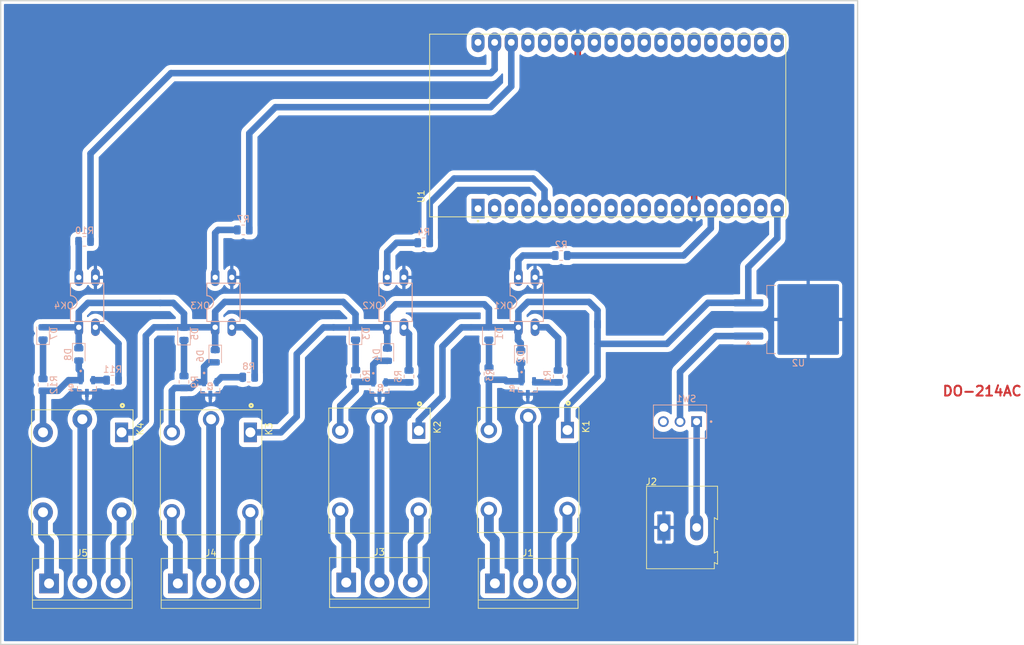
<source format=kicad_pcb>
(kicad_pcb (version 20241229) (generator "pcbnew") (generator_version "9.0")
  (layers (0 "F.Cu" signal) (2 "B.Cu" signal) (13 "F.Paste" user) (15 "B.Paste" user) (5 "F.SilkS" user "F.Silkscreen") (7 "B.SilkS" user "B.Silkscreen") (1 "F.Mask" user) (3 "B.Mask" user) (25 "Edge.Cuts" user))
  (net 0 "")
  (net 1 "+5V")
  (net 2 "COM")
  (net 3 "NO")
  (net 4 "NC")
  (net 5 "Net-(OK1-Pad1)")
  (net 6 "Net-(OK1-Pad3)")
  (net 7 "Net-(Q1-B)")
  (net 8 "Net-(D1-K)")
  (net 9 "GND")
  (net 10 "INPUT")
  (net 11 "Net-(D2-A)")
  (net 23 "Net-(D7-K)")
  (net 27 "Net-(D8-A)")
  (net 31 "Net-(SW1A-B)")
  (net 46 "Net-(J2-Pin_2)")
  (net 47 "Net-(D3-K)")
  (net 48 "Net-(D4-A)")
  (net 49 "Net-(OK2-Pad3)")
  (net 50 "Net-(OK2-Pad1)")
  (net 51 "Net-(Q2-B)")
  (net 52 "NC1")
  (net 53 "NO1")
  (net 54 "COM1")
  (net 55 "INPUT1")
  (net 56 "Net-(D5-K)")
  (net 57 "Net-(D6-A)")
  (net 58 "COM2")
  (net 59 "NC2")
  (net 60 "NO2")
  (net 61 "Net-(OK3-Pad1)")
  (net 62 "INPUT2")
  (net 63 "Net-(Q3-B)")
  (net 64 "Net-(OK3-Pad3)")
  (net 65 "NO3")
  (net 66 "NC3")
  (net 67 "COM3")
  (net 68 "Net-(OK4-Pad1)")
  (net 69 "INPUT3")
  (net 70 "Net-(OK4-Pad3)")
  (net 71 "Net-(Q4-B)")
  (footprint "TerminalBlock:TerminalBlock_bornier-3_P5.08mm" (layer "F.Cu") (at 43.09 124.25)
    (property "Reference" "J4" (at 5.05 -4.65 0) (layer "F.SilkS"))
    (property "Value" "Screw_Terminal_01x03")
    (pad "1" thru_hole rect (at 0 0) (size 3 3) (drill 1.52) (layers "*.Cu" "*.Mask") (net 60 "NO2"))
    (pad "2" thru_hole circle (at 5.08 0) (size 3 3) (drill 1.52) (layers "*.Cu" "*.Mask") (net 58 "COM2"))
    (pad "3" thru_hole circle (at 10.16 0) (size 3 3) (drill 1.52) (layers "*.Cu" "*.Mask") (net 59 "NC2"))
  )
  (footprint "SRD-05VDC-SL-C:RELAY_SRD-05VDC-SL-C" (layer "F.Cu") (at 73.89 107.02 -90)
    (property "Reference" "K2" (at -6.62563 -8.83584 90) (layer "F.SilkS") (effects (font (size 1.000094 1.000094))))
    (property "Value" "SRD-05VDC-SL-C")
    (pad "A1" thru_hole rect (at -6.1 -6 270) (size 2.5 1.98) (drill 1.5) (layers "*.Cu" "*.Mask") (net 1 "+5V"))
    (pad "A2" thru_hole circle (at -6.1 6 270) (size 2.5 2.5) (drill 1.5) (layers "*.Cu" "*.Mask") (net 48 "Net-(D4-A)"))
    (pad "COM" thru_hole circle (at -8.1 0 270) (size 2.5 2.5) (drill 1.5) (layers "*.Cu" "*.Mask") (net 54 "COM1"))
    (pad "NC" thru_hole circle (at 6.1 -6 270) (size 2.5 2.5) (drill 1.5) (layers "*.Cu" "*.Mask") (net 52 "NC1"))
    (pad "NO" thru_hole circle (at 6.1 6 270) (size 2.5 2.5) (drill 1.5) (layers "*.Cu" "*.Mask") (net 53 "NO1"))
  )
  (footprint "RELAY:RELAY_SRD-05VDC-SL-C" (layer "F.Cu") (at 48.17 107.2725 -90)
    (property "Reference" "K3" (at -6.62563 -8.83584 90) (layer "F.SilkS") (effects (font (size 1.000094 1.000094))))
    (property "Value" "SRD-05VDC-SL-C")
    (pad "A1" thru_hole rect (at -6.1 -6 270) (size 3 1.98) (drill 1.52) (layers "*.Cu" "*.Mask") (net 1 "+5V"))
    (pad "A2" thru_hole circle (at -6.1 6 270) (size 2.5 2.5) (drill 1.52) (layers "*.Cu" "*.Mask") (net 57 "Net-(D6-A)"))
    (pad "COM" thru_hole circle (at -8.1 0 270) (size 2.5 2.5) (drill 1.52) (layers "*.Cu" "*.Mask") (net 58 "COM2"))
    (pad "NC" thru_hole circle (at 6.1 -6 270) (size 2.5 2.5) (drill 1.5) (layers "*.Cu" "*.Mask") (net 59 "NC2"))
    (pad "NO" thru_hole circle (at 6.1 6 270) (size 2.5 2.5) (drill 1.52) (layers "*.Cu" "*.Mask") (net 60 "NO2"))
  )
  (footprint "SRD-05VDC-SL-C:RELAY_SRD-05VDC-SL-C" (layer "F.Cu") (at 96.6 106.91875 -90)
    (property "Reference" "K1" (at -6.62563 -8.83584 90) (layer "F.SilkS") (effects (font (size 1.000094 1.000094))))
    (property "Value" "SRD-05VDC-SL-C")
    (pad "A1" thru_hole rect (at -6.1 -6 270) (size 2.5 1.98) (drill 1.5) (layers "*.Cu" "*.Mask") (net 1 "+5V"))
    (pad "A2" thru_hole circle (at -6.1 6 270) (size 2.5 2.5) (drill 1.5) (layers "*.Cu" "*.Mask") (net 11 "Net-(D2-A)"))
    (pad "COM" thru_hole circle (at -8.1 0 270) (size 2.5 2.5) (drill 1.5) (layers "*.Cu" "*.Mask") (net 2 "COM"))
    (pad "NC" thru_hole circle (at 6.1 -6 270) (size 2.5 2.5) (drill 1.5) (layers "*.Cu" "*.Mask") (net 4 "NC"))
    (pad "NO" thru_hole circle (at 6.1 6 270) (size 2.5 2.5) (drill 1.5) (layers "*.Cu" "*.Mask") (net 3 "NO"))
  )
  (footprint "TerminalBlock:TerminalBlock_bornier-3_P5.08mm" (layer "F.Cu") (at 23.42 124.25)
    (property "Reference" "J5" (at 5.05 -4.65 0) (layer "F.SilkS"))
    (property "Value" "Screw_Terminal_01x03")
    (pad "1" thru_hole rect (at 0 0) (size 3 3) (drill 1.52) (layers "*.Cu" "*.Mask") (net 65 "NO3"))
    (pad "2" thru_hole circle (at 5.08 0) (size 3 3) (drill 1.52) (layers "*.Cu" "*.Mask") (net 67 "COM3"))
    (pad "3" thru_hole circle (at 10.16 0) (size 3 3) (drill 1.52) (layers "*.Cu" "*.Mask") (net 66 "NC3"))
  )
  (footprint "TerminalBlock:TerminalBlock_bornier-3_P5.08mm" (layer "F.Cu") (at 91.52 124.24)
    (property "Reference" "J1" (at 5.05 -4.65 0) (layer "F.SilkS"))
    (property "Value" "Screw_Terminal_01x03")
    (pad "1" thru_hole rect (at 0 0) (size 3 3) (drill 1.52) (layers "*.Cu" "*.Mask") (net 3 "NO"))
    (pad "2" thru_hole circle (at 5.08 0) (size 3 3) (drill 1.52) (layers "*.Cu" "*.Mask") (net 2 "COM"))
    (pad "3" thru_hole circle (at 10.16 0) (size 3 3) (drill 1.52) (layers "*.Cu" "*.Mask") (net 4 "NC"))
  )
  (footprint "RELAY_SRD-05VDC-SL-C:RELAY_SRD-05VDC-SL-C" (layer "F.Cu") (at 28.5 107.2725 -90)
    (property "Reference" "K4" (at -6.62563 -8.83584 90) (layer "F.SilkS") (effects (font (size 1.000094 1.000094))))
    (property "Value" "SRD-05VDC-SL-C")
    (pad "A1" thru_hole rect (at -6.1 -6 270) (size 3 1.98) (drill 1.52) (layers "*.Cu" "*.Mask") (net 1 "+5V"))
    (pad "A2" thru_hole circle (at -6.1 6 270) (size 3 3) (drill 1.52) (layers "*.Cu" "*.Mask") (net 27 "Net-(D8-A)"))
    (pad "COM" thru_hole circle (at -8.1 0 270) (size 3 3) (drill 1.52) (layers "*.Cu" "*.Mask") (net 67 "COM3"))
    (pad "NC" thru_hole circle (at 6.1 -6 270) (size 3 3) (drill 1.52) (layers "*.Cu" "*.Mask") (net 66 "NC3"))
    (pad "NO" thru_hole circle (at 6.1 6 270) (size 3 3) (drill 1.52) (layers "*.Cu" "*.Mask") (net 65 "NO3"))
  )
  (footprint "ESP32−DEVKITC32D:MODULE_ESP32-DEVKITC-32D" (layer "F.Cu") (at 108.7 54.3 90)
    (property "Reference" "U1" (at -10.829175 -28.446045 90) (layer "F.SilkS") (effects (font (size 1.000386 1.000386))))
    (property "Value" "ESP32-DEVKITC-32D")
    (pad "J2-1" thru_hole rect (at -12.7 -19.76 90) (size 3 2) (drill 1.04) (layers "*.Cu" "*.Mask"))
    (pad "J2-2" thru_hole oval (at -12.7 -17.22 90) (size 3 2) (drill 1.04) (layers "*.Cu" "*.Mask"))
    (pad "J2-3" thru_hole oval (at -12.7 -14.68 90) (size 3 2) (drill 1.04) (layers "*.Cu" "*.Mask"))
    (pad "J2-4" thru_hole oval (at -12.7 -12.14 90) (size 3 2) (drill 1.04) (layers "*.Cu" "*.Mask"))
    (pad "J2-5" thru_hole oval (at -12.7 -9.6 90) (size 3 2) (drill 1.04) (layers "*.Cu" "*.Mask") (net 55 "INPUT1"))
    (pad "J2-6" thru_hole oval (at -12.7 -7.06 90) (size 3 2) (drill 1.04) (layers "*.Cu" "*.Mask"))
    (pad "J2-7" thru_hole oval (at -12.7 -4.52 90) (size 3 2) (drill 1.04) (layers "*.Cu" "*.Mask"))
    (pad "J2-8" thru_hole oval (at -12.7 -1.98 90) (size 3 2) (drill 1.04) (layers "*.Cu" "*.Mask"))
    (pad "J2-9" thru_hole oval (at -12.7 0.56 90) (size 3 2) (drill 1.04) (layers "*.Cu" "*.Mask"))
    (pad "J2-10" thru_hole oval (at -12.7 3.1 90) (size 3 2) (drill 1.04) (layers "*.Cu" "*.Mask"))
    (pad "J2-11" thru_hole oval (at -12.7 5.64 90) (size 3 2) (drill 1.04) (layers "*.Cu" "*.Mask"))
    (pad "J2-12" thru_hole oval (at -12.7 8.18 90) (size 3 2) (drill 1.04) (layers "*.Cu" "*.Mask"))
    (pad "J2-13" thru_hole oval (at -12.7 10.72 90) (size 3 2) (drill 1.04) (layers "*.Cu" "*.Mask"))
    (pad "J2-14" thru_hole oval (at -12.7 13.26 90) (size 3 2) (drill 1.04) (layers "*.Cu" "*.Mask") (net 9 "GND"))
    (pad "J2-15" thru_hole oval (at -12.7 15.8 90) (size 3 2) (drill 1.04) (layers "*.Cu" "*.Mask") (net 10 "INPUT"))
    (pad "J2-16" thru_hole oval (at -12.7 18.34 90) (size 3 2) (drill 1.04) (layers "*.Cu" "*.Mask"))
    (pad "J2-17" thru_hole oval (at -12.7 20.88 90) (size 3 2) (drill 1.04) (layers "*.Cu" "*.Mask"))
    (pad "J2-18" thru_hole oval (at -12.7 23.42 90) (size 3 2) (drill 1.04) (layers "*.Cu" "*.Mask"))
    (pad "J2-19" thru_hole oval (at -12.7 25.96 90) (size 3 2) (drill 1.04) (layers "*.Cu" "*.Mask") (net 1 "+5V"))
    (pad "J3-1" thru_hole oval (at 12.7 -19.76 90) (size 3 2) (drill 1.04) (layers "*.Cu" "*.Mask"))
    (pad "J3-2" thru_hole oval (at 12.7 -17.22 90) (size 3 2) (drill 1.04) (layers "*.Cu" "*.Mask") (net 69 "INPUT3"))
    (pad "J3-3" thru_hole oval (at 12.7 -14.68 90) (size 3 2) (drill 1.04) (layers "*.Cu" "*.Mask") (net 62 "INPUT2"))
    (pad "J3-4" thru_hole oval (at 12.7 -12.14 90) (size 3 2) (drill 1.04) (layers "*.Cu" "*.Mask"))
    (pad "J3-5" thru_hole oval (at 12.7 -9.6 90) (size 3 2) (drill 1.04) (layers "*.Cu" "*.Mask"))
    (pad "J3-6" thru_hole oval (at 12.7 -7.06 90) (size 3 2) (drill 1.04) (layers "*.Cu" "*.Mask"))
    (pad "J3-7" thru_hole oval (at 12.7 -4.52 90) (size 3 2) (drill 1.04) (layers "*.Cu" "*.Mask") (net 9 "GND"))
    (pad "J3-8" thru_hole oval (at 12.7 -1.98 90) (size 3 2) (drill 1.04) (layers "*.Cu" "*.Mask"))
    (pad "J3-9" thru_hole oval (at 12.7 0.56 90) (size 3 2) (drill 1.04) (layers "*.Cu" "*.Mask"))
    (pad "J3-10" thru_hole oval (at 12.7 3.1 90) (size 3 2) (drill 1.04) (layers "*.Cu" "*.Mask"))
    (pad "J3-11" thru_hole oval (at 12.7 5.64 90) (size 3 2) (drill 1.04) (layers "*.Cu" "*.Mask"))
    (pad "J3-12" thru_hole oval (at 12.7 8.18 90) (size 3 2) (drill 1.04) (layers "*.Cu" "*.Mask"))
    (pad "J3-13" thru_hole oval (at 12.7 10.72 90) (size 3 2) (drill 1.04) (layers "*.Cu" "*.Mask"))
    (pad "J3-14" thru_hole oval (at 12.7 13.26 90) (size 3 2) (drill 1.04) (layers "*.Cu" "*.Mask"))
    (pad "J3-15" thru_hole oval (at 12.7 15.8 90) (size 3 2) (drill 1.04) (layers "*.Cu" "*.Mask"))
    (pad "J3-16" thru_hole oval (at 12.7 18.34 90) (size 3 2) (drill 1.04) (layers "*.Cu" "*.Mask"))
    (pad "J3-17" thru_hole oval (at 12.7 20.88 90) (size 3 2) (drill 1.04) (layers "*.Cu" "*.Mask"))
    (pad "J3-18" thru_hole oval (at 12.7 23.42 90) (size 3 2) (drill 1.04) (layers "*.Cu" "*.Mask"))
    (pad "J3-19" thru_hole oval (at 12.7 25.96 90) (size 3 2) (drill 1.04) (layers "*.Cu" "*.Mask"))
  )
  (footprint "TerminalBlock:TerminalBlock_bornier-3_P5.08mm" (layer "F.Cu") (at 68.81 124.11)
    (property "Reference" "J3" (at 5.05 -4.65 0) (layer "F.SilkS"))
    (property "Value" "Screw_Terminal_01x03")
    (pad "1" thru_hole rect (at 0 0) (size 3 3) (drill 1.52) (layers "*.Cu" "*.Mask") (net 53 "NO1"))
    (pad "2" thru_hole circle (at 5.08 0) (size 3 3) (drill 1.52) (layers "*.Cu" "*.Mask") (net 54 "COM1"))
    (pad "3" thru_hole circle (at 10.16 0) (size 3 3) (drill 1.52) (layers "*.Cu" "*.Mask") (net 52 "NC1"))
  )
  (footprint "TerminalBlock:TerminalBlock_Altech_AK300-2_P5.00mm" (layer "F.Cu") (at 117.335 115.7)
    (property "Reference" "J2" (at -1.92 -6.99 0) (layer "F.SilkS"))
    (property "Value" "ENTRADA")
    (pad "1" thru_hole rect (at 0 0) (size 1.98 3.96) (drill 1.32) (layers "*.Cu" "*.Mask") (net 9 "GND"))
    (pad "2" thru_hole oval (at 5 0) (size 1.98 3.96) (drill 1.32) (layers "*.Cu" "*.Mask") (net 46 "Net-(J2-Pin_2)"))
  )
  (footprint "LED_SMD:LED_0805_2012Metric" (layer "B.Cu") (at 70.23 86.08 90)
    (property "Reference" "D3" (at 0 1.65 90) (layer "B.SilkS") (effects (justify mirror)))
    (property "Value" "LED")
    (pad "1" smd roundrect (at -0.9375 0 90) (size 0.975 1.4) (layers "B.Cu" "B.Mask" "B.Paste") (net 47 "Net-(D3-K)"))
    (pad "2" smd roundrect (at 0.9375 0 90) (size 0.975 1.4) (layers "B.Cu" "B.Mask" "B.Paste") (net 1 "+5V"))
  )
  (footprint "Resistor_SMD:R_0805_2012Metric" (layer "B.Cu") (at 78.4 92.6275 -90)
    (property "Reference" "R5" (at 0 1.65 90) (layer "B.SilkS") (effects (justify mirror)))
    (property "Value" "1K")
    (pad "1" smd roundrect (at -0.9125 0 270) (size 1.025 1.4) (layers "B.Cu" "B.Mask" "B.Paste") (roundrect_rratio 0.243902) (net 49 "Net-(OK2-Pad3)"))
    (pad "2" smd roundrect (at 0.9125 0 270) (size 1.025 1.4) (layers "B.Cu" "B.Mask" "B.Paste") (roundrect_rratio 0.243902) (net 51 "Net-(Q2-B)"))
  )
  (footprint "DIL04:DIL04" (layer "B.Cu") (at 50.06 81.31)
    (property "Reference" "OK3" (at -3.55644 0.50807 0) (layer "B.SilkS") (effects (font (size 1.000126 1.000126)) (justify mirror)))
    (property "Value" "PC814")
    (pad "1" thru_hole oval (at -1.27 -3.81) (size 1.3208 2.6416) (drill 0.8128) (layers "*.Cu" "*.Mask") (net 61 "Net-(OK3-Pad1)"))
    (pad "2" thru_hole oval (at 1.27 -3.81) (size 1.3208 2.6416) (drill 0.8128) (layers "*.Cu" "*.Mask") (net 9 "GND"))
    (pad "3" thru_hole oval (at 1.27 3.81) (size 1.3208 2.6416) (drill 0.8128) (layers "*.Cu" "*.Mask") (net 64 "Net-(OK3-Pad3)"))
    (pad "4" thru_hole oval (at -1.27 3.81) (size 1.3208 2.6416) (drill 0.8128) (layers "*.Cu" "*.Mask") (net 1 "+5V"))
  )
  (footprint "Package_TO_SOT_SMD:TO-263-2" (layer "B.Cu") (at 137.875 83.925)
    (property "Reference" "U2" (at 0 6.65 180) (layer "B.SilkS") (effects (justify mirror)))
    (property "Value" "L7805")
    (pad "1" smd roundrect (at -7.65 2.54) (size 4.6 1.1) (layers "B.Cu" "B.Mask" "B.Paste") (roundrect_rratio 0.227273) (net 31 "Net-(SW1A-B)"))
    (pad "2" smd roundrect (at 1.5 0) (size 9.4 10.8) (layers "B.Cu" "B.Mask") (roundrect_rratio 0.026596) (net 9 "GND"))
    (pad "3" smd roundrect (at -7.65 -2.54) (size 4.6 1.1) (layers "B.Cu" "B.Mask" "B.Paste") (roundrect_rratio 0.227273) (net 1 "+5V"))
  )
  (footprint "Resistor_SMD:R_0805_2012Metric" (layer "B.Cu") (at 101.6475 74.16 180)
    (property "Reference" "R2" (at 0 1.65 0) (layer "B.SilkS") (effects (justify mirror)))
    (property "Value" "220R")
    (pad "1" smd roundrect (at -0.9125 0 180) (size 1.025 1.4) (layers "B.Cu" "B.Mask" "B.Paste") (roundrect_rratio 0.243902) (net 10 "INPUT"))
    (pad "2" smd roundrect (at 0.9125 0 180) (size 1.025 1.4) (layers "B.Cu" "B.Mask" "B.Paste") (roundrect_rratio 0.243902) (net 5 "Net-(OK1-Pad1)"))
  )
  (footprint "Resistor_SMD:R_0805_2012Metric" (layer "B.Cu") (at 22.5 93.9125 90)
    (property "Reference" "R12" (at 0 1.65 90) (layer "B.SilkS") (effects (justify mirror)))
    (property "Value" "220R")
    (pad "1" smd roundrect (at -0.9125 0 90) (size 1.025 1.4) (layers "B.Cu" "B.Mask" "B.Paste") (roundrect_rratio 0.243902) (net 27 "Net-(D8-A)"))
    (pad "2" smd roundrect (at 0.9125 0 90) (size 1.025 1.4) (layers "B.Cu" "B.Mask" "B.Paste") (roundrect_rratio 0.243902) (net 23 "Net-(D7-K)"))
  )
  (footprint "DIL04:DIL04" (layer "B.Cu") (at 29.23 81.31)
    (property "Reference" "OK4" (at -3.55644 0.50807 0) (layer "B.SilkS") (effects (font (size 1.000126 1.000126)) (justify mirror)))
    (property "Value" "PC814")
    (pad "1" thru_hole oval (at -1.27 -3.81) (size 1.3208 2.6416) (drill 0.8128) (layers "*.Cu" "*.Mask") (net 68 "Net-(OK4-Pad1)"))
    (pad "2" thru_hole oval (at 1.27 -3.81) (size 1.3208 2.6416) (drill 0.8128) (layers "*.Cu" "*.Mask") (net 9 "GND"))
    (pad "3" thru_hole oval (at 1.27 3.81) (size 1.3208 2.6416) (drill 0.8128) (layers "*.Cu" "*.Mask") (net 70 "Net-(OK4-Pad3)"))
    (pad "4" thru_hole oval (at -1.27 3.81) (size 1.3208 2.6416) (drill 0.8128) (layers "*.Cu" "*.Mask") (net 1 "+5V"))
  )
  (footprint "PC814:DIL04" (layer "B.Cu") (at 76.345 81.31)
    (property "Reference" "OK2" (at -3.55644 0.50807 0) (layer "B.SilkS") (effects (font (size 1.000126 1.000126)) (justify mirror)))
    (property "Value" "PC814")
    (pad "1" thru_hole oval (at -1.27 -3.81) (size 1.3208 2.6416) (drill 0.8128) (layers "*.Cu" "*.Mask") (net 50 "Net-(OK2-Pad1)"))
    (pad "2" thru_hole oval (at 1.27 -3.81) (size 1.3208 2.6416) (drill 0.8128) (layers "*.Cu" "*.Mask") (net 9 "GND"))
    (pad "3" thru_hole oval (at 1.27 3.81) (size 1.3208 2.6416) (drill 0.8128) (layers "*.Cu" "*.Mask") (net 49 "Net-(OK2-Pad3)"))
    (pad "4" thru_hole oval (at -1.27 3.81) (size 1.3208 2.6416) (drill 0.8128) (layers "*.Cu" "*.Mask") (net 1 "+5V"))
  )
  (footprint "Resistor_SMD:R_0805_2012Metric" (layer "B.Cu") (at 33.1125 93.2 180)
    (property "Reference" "R11" (at 0 1.65 0) (layer "B.SilkS") (effects (justify mirror)))
    (property "Value" "1K")
    (pad "1" smd roundrect (at -0.9125 0 180) (size 1.025 1.4) (layers "B.Cu" "B.Mask" "B.Paste") (roundrect_rratio 0.243902) (net 70 "Net-(OK4-Pad3)"))
    (pad "2" smd roundrect (at 0.9125 0 180) (size 1.025 1.4) (layers "B.Cu" "B.Mask" "B.Paste") (roundrect_rratio 0.243902) (net 71 "Net-(Q4-B)"))
  )
  (footprint "BC547:SOT95P230X110-3N" (layer "B.Cu") (at 48.05 94.48 -90)
    (property "Reference" "Q3" (at -0.3475 0 90) (layer "B.SilkS") (effects (font (size 0.64 0.64)) (justify mirror)))
    (property "Value" "BC547")
    (pad "1" smd roundrect (at -0.98 0.95 270) (size 1.26 0.59) (layers "B.Cu" "B.Mask" "B.Paste") (roundrect_rratio 0.125) (net 57 "Net-(D6-A)"))
    (pad "2" smd roundrect (at -0.98 -0.95 270) (size 1.26 0.59) (layers "B.Cu" "B.Mask" "B.Paste") (roundrect_rratio 0.125) (net 63 "Net-(Q3-B)"))
    (pad "3" smd roundrect (at 0.98 0 270) (size 1.26 0.59) (layers "B.Cu" "B.Mask" "B.Paste") (roundrect_rratio 0.125) (net 9 "GND"))
  )
  (footprint "BC547:SOT95P230X110-3N" (layer "B.Cu") (at 29.2 94.18 -90)
    (property "Reference" "Q4" (at 0.172 2.4064 90) (layer "B.SilkS") (effects (font (size 0.64 0.64)) (justify mirror)))
    (property "Value" "BC547")
    (pad "1" smd roundrect (at -0.98 0.95 270) (size 1.26 0.59) (layers "B.Cu" "B.Mask" "B.Paste") (roundrect_rratio 0.125) (net 27 "Net-(D8-A)"))
    (pad "2" smd roundrect (at -0.98 -0.95 270) (size 1.26 0.59) (layers "B.Cu" "B.Mask" "B.Paste") (roundrect_rratio 0.125) (net 71 "Net-(Q4-B)"))
    (pad "3" smd roundrect (at 0.98 0 270) (size 1.26 0.59) (layers "B.Cu" "B.Mask" "B.Paste") (roundrect_rratio 0.125) (net 9 "GND"))
  )
  (footprint "BC547:SOT95P230X110-3N" (layer "B.Cu") (at 73.89 94.52 -90)
    (property "Reference" "Q2" (at -0.1475 -0.175 90) (layer "B.SilkS") (effects (font (size 0.64 0.64)) (justify mirror)))
    (property "Value" "BC547")
    (pad "1" smd roundrect (at -0.98 0.95 270) (size 1.26 0.59) (layers "B.Cu" "B.Mask" "B.Paste") (roundrect_rratio 0.125) (net 48 "Net-(D4-A)"))
    (pad "2" smd roundrect (at -0.98 -0.95 270) (size 1.26 0.59) (layers "B.Cu" "B.Mask" "B.Paste") (roundrect_rratio 0.125) (net 51 "Net-(Q2-B)"))
    (pad "3" smd roundrect (at 0.98 0 270) (size 1.26 0.59) (layers "B.Cu" "B.Mask" "B.Paste") (roundrect_rratio 0.125) (net 9 "GND"))
  )
  (footprint "Resistor_SMD:R_0805_2012Metric" (layer "B.Cu") (at 101.19 92.6225 -90)
    (property "Reference" "R1" (at 0 1.65 90) (layer "B.SilkS") (effects (justify mirror)))
    (property "Value" "1K")
    (pad "1" smd roundrect (at -0.9125 0 270) (size 1.025 1.4) (layers "B.Cu" "B.Mask" "B.Paste") (roundrect_rratio 0.243902) (net 6 "Net-(OK1-Pad3)"))
    (pad "2" smd roundrect (at 0.9125 0 270) (size 1.025 1.4) (layers "B.Cu" "B.Mask" "B.Paste") (roundrect_rratio 0.243902) (net 7 "Net-(Q1-B)"))
  )
  (footprint "Resistor_SMD:R_0805_2012Metric" (layer "B.Cu") (at 44.03 93.4725 90)
    (property "Reference" "R9" (at 0 1.65 90) (layer "B.SilkS") (effects (justify mirror)))
    (property "Value" "220R")
    (pad "1" smd roundrect (at -0.9125 0 90) (size 1.025 1.4) (layers "B.Cu" "B.Mask" "B.Paste") (roundrect_rratio 0.243902) (net 57 "Net-(D6-A)"))
    (pad "2" smd roundrect (at 0.9125 0 90) (size 1.025 1.4) (layers "B.Cu" "B.Mask" "B.Paste") (roundrect_rratio 0.243902) (net 56 "Net-(D5-K)"))
  )
  (footprint "Resistor_SMD:R_0805_2012Metric" (layer "B.Cu") (at 53.0875 70.25 180)
    (property "Reference" "R7" (at 0 1.65 0) (layer "B.SilkS") (effects (justify mirror)))
    (property "Value" "220R")
    (pad "1" smd roundrect (at -0.9125 0 180) (size 1.025 1.4) (layers "B.Cu" "B.Mask" "B.Paste") (roundrect_rratio 0.243902) (net 62 "INPUT2"))
    (pad "2" smd roundrect (at 0.9125 0 180) (size 1.025 1.4) (layers "B.Cu" "B.Mask" "B.Paste") (roundrect_rratio 0.243902) (net 61 "Net-(OK3-Pad1)"))
  )
  (footprint "LED_SMD:LED_0805_2012Metric" (layer "B.Cu") (at 22.5 86.0625 90)
    (property "Reference" "D7" (at 0 1.65 90) (layer "B.SilkS") (effects (justify mirror)))
    (property "Value" "LED")
    (pad "1" smd roundrect (at -0.9375 0 90) (size 0.975 1.4) (layers "B.Cu" "B.Mask" "B.Paste") (net 23 "Net-(D7-K)"))
    (pad "2" smd roundrect (at 0.9375 0 90) (size 0.975 1.4) (layers "B.Cu" "B.Mask" "B.Paste") (net 1 "+5V"))
  )
  (footprint "Diode_SMD:D_0805_2012Metric" (layer "B.Cu") (at 48.8 89.5375 -90)
    (property "Reference" "D6" (at -0.025 2.28 90) (layer "B.SilkS") (effects (justify mirror)))
    (property "Value" "1N4007")
    (pad "1" smd roundrect (at -0.9375 0 270) (size 0.975 1.4) (layers "B.Cu" "B.Mask" "B.Paste") (net 1 "+5V"))
    (pad "2" smd roundrect (at 0.9375 0 270) (size 0.975 1.4) (layers "B.Cu" "B.Mask" "B.Paste") (net 57 "Net-(D6-A)"))
  )
  (footprint "Diode_SMD:D_0805_2012Metric" (layer "B.Cu") (at 95.47 89.61 -90)
    (property "Reference" "D2" (at -0.02 0 90) (layer "B.SilkS") (effects (justify mirror)))
    (property "Value" "1N4007")
    (pad "1" smd roundrect (at -0.9375 0 270) (size 0.975 1.4) (layers "B.Cu" "B.Mask" "B.Paste") (net 1 "+5V"))
    (pad "2" smd roundrect (at 0.9375 0 270) (size 0.975 1.4) (layers "B.Cu" "B.Mask" "B.Paste") (net 11 "Net-(D2-A)"))
  )
  (footprint "LED_SMD:LED_0805_2012Metric" (layer "B.Cu") (at 44.03 86.13 90)
    (property "Reference" "D5" (at 0 1.65 90) (layer "B.SilkS") (effects (justify mirror)))
    (property "Value" "LED")
    (pad "1" smd roundrect (at -0.9375 0 90) (size 0.975 1.4) (layers "B.Cu" "B.Mask" "B.Paste") (net 56 "Net-(D5-K)"))
    (pad "2" smd roundrect (at 0.9375 0 90) (size 0.975 1.4) (layers "B.Cu" "B.Mask" "B.Paste") (net 1 "+5V"))
  )
  (footprint "LED_SMD:LED_0805_2012Metric" (layer "B.Cu") (at 90.59 86.07 90)
    (property "Reference" "D1" (at 0 1.65 90) (layer "B.SilkS") (effects (justify mirror)))
    (property "Value" "LED")
    (pad "1" smd roundrect (at -0.9375 0 90) (size 0.975 1.4) (layers "B.Cu" "B.Mask" "B.Paste") (net 8 "Net-(D1-K)"))
    (pad "2" smd roundrect (at 0.9375 0 90) (size 0.975 1.4) (layers "B.Cu" "B.Mask" "B.Paste") (net 1 "+5V"))
  )
  (footprint "Resistor_SMD:R_0805_2012Metric" (layer "B.Cu") (at 28.8375 72 180)
    (property "Reference" "R10" (at 0 1.65 0) (layer "B.SilkS") (effects (justify mirror)))
    (property "Value" "220R")
    (pad "1" smd roundrect (at -0.9125 0 180) (size 1.025 1.4) (layers "B.Cu" "B.Mask" "B.Paste") (roundrect_rratio 0.243902) (net 69 "INPUT3"))
    (pad "2" smd roundrect (at 0.9125 0 180) (size 1.025 1.4) (layers "B.Cu" "B.Mask" "B.Paste") (roundrect_rratio 0.243902) (net 68 "Net-(OK4-Pad1)"))
  )
  (footprint "Resistor_SMD:R_0805_2012Metric" (layer "B.Cu") (at 90.62 92.2025 90)
    (property "Reference" "R3" (at -0.2075 0.11 90) (layer "B.SilkS") (effects (justify mirror)))
    (property "Value" "220R")
    (pad "1" smd roundrect (at -0.9125 0 90) (size 1.025 1.4) (layers "B.Cu" "B.Mask" "B.Paste") (roundrect_rratio 0.243902) (net 11 "Net-(D2-A)"))
    (pad "2" smd roundrect (at 0.9125 0 90) (size 1.025 1.4) (layers "B.Cu" "B.Mask" "B.Paste") (roundrect_rratio 0.243902) (net 8 "Net-(D1-K)"))
  )
  (footprint "Diode_SMD:D_0805_2012Metric" (layer "B.Cu") (at 27.96 89.2625 -90)
    (property "Reference" "D8" (at 0 1.65 90) (layer "B.SilkS") (effects (justify mirror)))
    (property "Value" "1N4007")
    (pad "1" smd roundrect (at -0.9375 0 270) (size 0.975 1.4) (layers "B.Cu" "B.Mask" "B.Paste") (net 1 "+5V"))
    (pad "2" smd roundrect (at 0.9375 0 270) (size 0.975 1.4) (layers "B.Cu" "B.Mask" "B.Paste") (net 27 "Net-(D8-A)"))
  )
  (footprint "Diode_SMD:D_0805_2012Metric" (layer "B.Cu") (at 75.1 89.3075 -90)
    (property "Reference" "D4" (at 0 1.65 90) (layer "B.SilkS") (effects (justify mirror)))
    (property "Value" "1N4007")
    (pad "1" smd roundrect (at -0.9375 0 270) (size 0.975 1.4) (layers "B.Cu" "B.Mask" "B.Paste") (net 1 "+5V"))
    (pad "2" smd roundrect (at 0.9375 0 270) (size 0.975 1.4) (layers "B.Cu" "B.Mask" "B.Paste") (net 48 "Net-(D4-A)"))
  )
  (footprint "Resistor_SMD:R_0805_2012Metric" (layer "B.Cu") (at 80.6475 72.21 180)
    (property "Reference" "R4" (at 0 1.65 0) (layer "B.SilkS") (effects (justify mirror)))
    (property "Value" "220R")
    (pad "1" smd roundrect (at -0.9125 0 180) (size 1.025 1.4) (layers "B.Cu" "B.Mask" "B.Paste") (roundrect_rratio 0.243902) (net 55 "INPUT1"))
    (pad "2" smd roundrect (at 0.9125 0 180) (size 1.025 1.4) (layers "B.Cu" "B.Mask" "B.Paste") (roundrect_rratio 0.243902) (net 50 "Net-(OK2-Pad1)"))
  )
  (footprint "BC547:SOT95P230X110-3N" (layer "B.Cu") (at 96.55 94.3475 -90)
    (property "Reference" "Q1" (at 0.172 2.4064 90) (layer "B.SilkS") (effects (font (size 0.64 0.64)) (justify mirror)))
    (property "Value" "BC547")
    (pad "1" smd roundrect (at -0.98 0.95 270) (size 1.26 0.59) (layers "B.Cu" "B.Mask" "B.Paste") (roundrect_rratio 0.125) (net 11 "Net-(D2-A)"))
    (pad "2" smd roundrect (at -0.98 -0.95 270) (size 1.26 0.59) (layers "B.Cu" "B.Mask" "B.Paste") (roundrect_rratio 0.125) (net 7 "Net-(Q1-B)"))
    (pad "3" smd roundrect (at 0.98 0 270) (size 1.26 0.59) (layers "B.Cu" "B.Mask" "B.Paste") (roundrect_rratio 0.125) (net 9 "GND"))
  )
  (footprint "PC814:DIL04" (layer "B.Cu") (at 96.38 81.31)
    (property "Reference" "OK1" (at -3.55644 0.50807 0) (layer "B.SilkS") (effects (font (size 1.000126 1.000126)) (justify mirror)))
    (property "Value" "PC814")
    (pad "1" thru_hole oval (at -1.27 -3.81) (size 1.3208 2.6416) (drill 0.8128) (layers "*.Cu" "*.Mask") (net 5 "Net-(OK1-Pad1)"))
    (pad "2" thru_hole oval (at 1.27 -3.81) (size 1.3208 2.6416) (drill 0.8128) (layers "*.Cu" "*.Mask") (net 9 "GND"))
    (pad "3" thru_hole oval (at 1.27 3.81) (size 1.3208 2.6416) (drill 0.8128) (layers "*.Cu" "*.Mask") (net 6 "Net-(OK1-Pad3)"))
    (pad "4" thru_hole oval (at -1.27 3.81) (size 1.3208 2.6416) (drill 0.8128) (layers "*.Cu" "*.Mask") (net 1 "+5V"))
  )
  (footprint "Resistor_SMD:R_0805_2012Metric" (layer "B.Cu") (at 70.25 92.5625 90)
    (property "Reference" "R6" (at 0 1.65 90) (layer "B.SilkS") (effects (justify mirror)))
    (property "Value" "220R")
    (pad "1" smd roundrect (at -0.9125 0 90) (size 1.025 1.4) (layers "B.Cu" "B.Mask" "B.Paste") (roundrect_rratio 0.243902) (net 48 "Net-(D4-A)"))
    (pad "2" smd roundrect (at 0.9125 0 90) (size 1.025 1.4) (layers "B.Cu" "B.Mask" "B.Paste") (roundrect_rratio 0.243902) (net 47 "Net-(D3-K)"))
  )
  (footprint "2MS1T1B1M2QES:SW_2MS1T1B1M2QES-5" (layer "B.Cu") (at 119.795 99.53 180)
    (property "Reference" "SW1" (at -0.9525 3.4925 0) (layer "B.SilkS") (effects (justify mirror)))
    (property "Value" "SW_DPST_x2")
    (pad "1" thru_hole rect (at -2.54 0 180) (size 1.635 1.635) (drill 1.09) (layers "*.Cu" "*.Mask") (net 46 "Net-(J2-Pin_2)"))
    (pad "2" thru_hole circle (at 0 0 180) (size 1.635 1.635) (drill 1.09) (layers "*.Cu" "*.Mask") (net 31 "Net-(SW1A-B)"))
    (pad "3" thru_hole circle (at 2.54 0 180) (size 1.635 1.635) (drill 1.09) (layers "*.Cu" "*.Mask"))
  )
  (footprint "Resistor_SMD:R_0805_2012Metric" (layer "B.Cu") (at 53.9125 92.75 180)
    (property "Reference" "R8" (at 0 1.65 0) (layer "B.SilkS") (effects (justify mirror)))
    (property "Value" "1K")
    (pad "1" smd roundrect (at -0.9125 0 180) (size 1.025 1.4) (layers "B.Cu" "B.Mask" "B.Paste") (roundrect_rratio 0.243902) (net 64 "Net-(OK3-Pad3)"))
    (pad "2" smd roundrect (at 0.9125 0 180) (size 1.025 1.4) (layers "B.Cu" "B.Mask" "B.Paste") (roundrect_rratio 0.243902) (net 63 "Net-(Q3-B)"))
  )
  (gr_rect (start 16.025 35.23) (end 146.92 133.57) (stroke (width 0.2)) (fill no) (layer "Edge.Cuts"))
  (gr_text "DO-214AC" (at 159.75 95.75 -0) (layer "F.Cu") (effects (font (size 1.5 1.5) (thickness 0.3) (bold yes)) (justify left bottom)))
  (segment (start 36.4275 101.1725) (end 34.5 101.1725) (width 1) (layer "B.Cu") (net 1))
  (segment (start 75.075 82.915) (end 75.075 85.12) (width 1) (layer "B.Cu") (net 1))
  (segment (start 96.55 81.25) (end 105.9 81.25) (width 1) (layer "B.Cu") (net 1))
  (segment (start 38.2 99.4) (end 38.2 87.6) (width 1) (layer "B.Cu") (net 1))
  (segment (start 89.9 81.6) (end 76.39 81.6) (width 1) (layer "B.Cu") (net 1))
  (segment (start 27.96 85.12) (end 27.96 82.7992) (width 1) (layer "B.Cu") (net 1))
  (segment (start 90.6025 85.12) (end 90.6025 82.3025) (width 1) (layer "B.Cu") (net 1))
  (segment (start 107.2 85.1) (end 107.2 84.2) (width 1) (layer "B.Cu") (net 1))
  (segment (start 27.96 82.7992) (end 29.3592 81.4) (width 1) (layer "B.Cu") (net 1))
  (segment (start 27.955 85.125) (end 27.96 85.12) (width 1) (layer "B.Cu") (net 1))
  (segment (start 95.11 82.69) (end 96.55 81.25) (width 1) (layer "B.Cu") (net 1))
  (segment (start 38.2 87.6) (end 38.2 86.4) (width 1) (layer "B.Cu") (net 1))
  (segment (start 95.46 88.6625) (end 95.47 88.6725) (width 1) (layer "B.Cu") (net 1))
  (segment (start 83.51 95.69) (end 83.51 88.05) (width 1) (layer "B.Cu") (net 1))
  (segment (start 134.66 71.49) (end 134.66 67) (width 1) (layer "B.Cu") (net 1))
  (segment (start 83.51 88.05) (end 86.4275 85.1325) (width 1) (layer "B.Cu") (net 1))
  (segment (start 130.225 81.385) (end 124.065 81.385) (width 1) (layer "B.Cu") (net 1))
  (segment (start 43.9575 85.12) (end 44.03 85.1925) (width 1) (layer "B.Cu") (net 1))
  (segment (start 44.03 83.03) (end 44.03 85.1925) (width 1) (layer "B.Cu") (net 1))
  (segment (start 42.255 85.12) (end 43.9575 85.12) (width 1) (layer "B.Cu") (net 1))
  (segment (start 40.4 81.4) (end 42.4 81.4) (width 1) (layer "B.Cu") (net 1))
  (segment (start 76.39 81.6) (end 75.075 82.915) (width 1) (layer "B.Cu") (net 1))
  (segment (start 42.4 81.4) (end 44.03 83.03) (width 1) (layer "B.Cu") (net 1))
  (segment (start 22.5 85.125) (end 27.955 85.125) (width 1) (layer "B.Cu") (net 1))
  (segment (start 41.56 85.125) (end 42.25 85.125) (width 1) (layer "B.Cu") (net 1))
  (segment (start 61.25 98.75) (end 61.25 89.21) (width 1) (layer "B.Cu") (net 1))
  (segment (start 130.225 75.925) (end 134.66 71.49) (width 1) (layer "B.Cu") (net 1))
  (segment (start 75.075 85.12) (end 75.075 88.345) (width 1) (layer "B.Cu") (net 1))
  (segment (start 66.87 85.1425) (end 70.23 85.1425) (width 1) (layer "B.Cu") (net 1))
  (segment (start 95.46 87.52) (end 95.46 88.6625) (width 1) (layer "B.Cu") (net 1))
  (segment (start 79.89 100.92) (end 79.89 99.31) (width 1) (layer "B.Cu") (net 1))
  (segment (start 50.26 81.25) (end 68.35 81.25) (width 1) (layer "B.Cu") (net 1))
  (segment (start 48.79 82.72) (end 50.26 81.25) (width 1) (layer "B.Cu") (net 1))
  (segment (start 95.11 85.12) (end 95.05 85.18) (width 1) (layer "B.Cu") (net 1))
  (segment (start 95.11 85.12) (end 90.6025 85.12) (width 1) (layer "B.Cu") (net 1))
  (segment (start 42.25 85.125) (end 42.255 85.12) (width 1) (layer "B.Cu") (net 1))
  (segment (start 130.225 81.385) (end 130.225 75.925) (width 1) (layer "B.Cu") (net 1))
  (segment (start 107.2 84.2) (end 107.2 87.65) (width 1) (layer "B.Cu") (net 1))
  (segment (start 105.9 81.25) (end 107.2 82.55) (width 1) (layer "B.Cu") (net 1))
  (segment (start 70.23 83.13) (end 70.23 85.1425) (width 1) (layer "B.Cu") (net 1))
  (segment (start 39.475 85.125) (end 41.56 85.125) (width 1) (layer "B.Cu") (net 1))
  (segment (start 102.6 97.2) (end 102.6 100.81875) (width 1) (layer "B.Cu") (net 1))
  (segment (start 68.35 81.25) (end 70.23 83.13) (width 1) (layer "B.Cu") (net 1))
  (segment (start 38.2 86.4) (end 39.475 85.125) (width 1) (layer "B.Cu") (net 1))
  (segment (start 38.2 99.4) (end 36.4275 101.1725) (width 1) (layer "B.Cu") (net 1))
  (segment (start 29.3592 81.4) (end 40.4 81.4) (width 1) (layer "B.Cu") (net 1))
  (segment (start 75.075 85.12) (end 70.2525 85.12) (width 1) (layer "B.Cu") (net 1))
  (segment (start 65.3175 85.1425) (end 66.87 85.1425) (width 1) (layer "B.Cu") (net 1))
  (segment (start 95.11 85.12) (end 95.11 82.69) (width 1) (layer "B.Cu") (net 1))
  (segment (start 124.065 81.385) (end 117.8 87.65) (width 1) (layer "B.Cu") (net 1))
  (segment (start 48.79 85.12) (end 48.79 88.59) (width 1) (layer "B.Cu") (net 1))
  (segment (start 117.8 87.65) (end 107.2 87.65) (width 1) (layer "B.Cu") (net 1))
  (segment (start 87.89 85.1325) (end 90.59 85.1325) (width 1) (layer "B.Cu") (net 1))
  (segment (start 27.96 88.325) (end 27.96 85.12) (width 1) (layer "B.Cu") (net 1))
  (segment (start 58.8275 101.1725) (end 61.25 98.75) (width 1) (layer "B.Cu") (net 1))
  (segment (start 107.2 87.65) (end 107.2 92.6) (width 1) (layer "B.Cu") (net 1))
  (segment (start 61.25 89.21) (end 65.3175 85.1425) (width 1) (layer "B.Cu") (net 1))
  (segment (start 66.88 85.1325) (end 66.87 85.1425) (width 1) (layer "B.Cu") (net 1))
  (segment (start 107.2 92.6) (end 102.6 97.2) (width 1) (layer "B.Cu") (net 1))
  (segment (start 54.17 101.1725) (end 58.8275 101.1725) (width 1) (layer "B.Cu") (net 1))
  (segment (start 79.89 99.31) (end 83.51 95.69) (width 1) (layer "B.Cu") (net 1))
  (segment (start 48.79 85.12) (end 48.79 82.72) (width 1) (layer "B.Cu") (net 1))
  (segment (start 48.79 88.59) (end 48.8 88.6) (width 1) (layer "B.Cu") (net 1))
  (segment (start 90.6025 82.3025) (end 89.9 81.6) (width 1) (layer "B.Cu") (net 1))
  (segment (start 86.4275 85.1325) (end 87.89 85.1325) (width 1) (layer "B.Cu") (net 1))
  (segment (start 48.79 85.12) (end 48.7175 85.1925) (width 1) (layer "B.Cu") (net 1))
  (segment (start 70.2525 85.12) (end 70.23 85.1425) (width 1) (layer "B.Cu") (net 1))
  (segment (start 95.05 85.18) (end 95.05 87.11) (width 1) (layer "B.Cu") (net 1))
  (segment (start 95.05 87.11) (end 95.46 87.52) (width 1) (layer "B.Cu") (net 1))
  (segment (start 90.6025 85.12) (end 90.59 85.1325) (width 1) (layer "B.Cu") (net 1))
  (segment (start 107.2 82.55) (end 107.2 85.1) (width 1) (layer "B.Cu") (net 1))
  (segment (start 75.075 88.345) (end 75.1 88.37) (width 1) (layer "B.Cu") (net 1))
  (segment (start 48.79 85.12) (end 44.1025 85.12) (width 1) (layer "B.Cu") (net 1))
  (segment (start 96.6 98.81875) (end 96.6 124.24) (width 1.5) (layer "B.Cu") (net 2))
  (segment (start 91.5 117.625) (end 91.5 124.22) (width 1.5) (layer "B.Cu") (net 3))
  (segment (start 90.6 116.725) (end 91.5 117.625) (width 1.5) (layer "B.Cu") (net 3))
  (segment (start 91.5 124.22) (end 91.52 124.24) (width 1.5) (layer "B.Cu") (net 3))
  (segment (start 90.6 113.01875) (end 90.6 116.725) (width 1.5) (layer "B.Cu") (net 3))
  (segment (start 102.6 116.775) (end 101.68 117.695) (width 1.5) (layer "B.Cu") (net 4))
  (segment (start 102.6 113.01875) (end 102.6 116.775) (width 1.5) (layer "B.Cu") (net 4))
  (segment (start 101.68 117.695) (end 101.68 124.24) (width 1.5) (layer "B.Cu") (net 4))
  (segment (start 95.8 74.16) (end 100.735 74.16) (width 1) (layer "B.Cu") (net 5))
  (segment (start 95.11 77.5) (end 95.11 74.85) (width 1) (layer "B.Cu") (net 5))
  (segment (start 95.11 74.85) (end 95.8 74.16) (width 1) (layer "B.Cu") (net 5))
  (segment (start 99.53 85.12) (end 101.19 86.78) (width 1) (layer "B.Cu") (net 6))
  (segment (start 97.65 85.12) (end 99.53 85.12) (width 1) (layer "B.Cu") (net 6))
  (segment (start 101.19 86.78) (end 101.19 91.71) (width 1) (layer "B.Cu") (net 6))
  (segment (start 97.6675 93.535) (end 101.19 93.535) (width 1) (layer "B.Cu") (net 7))
  (segment (start 90.62 91.29) (end 90.62 87.0375) (width 1) (layer "B.Cu") (net 8))
  (segment (start 90.62 87.0375) (end 90.59 87.0075) (width 0.2) (layer "B.Cu") (net 8))
  (segment (start 118 54) (end 121.96 57.96) (width 1) (layer "F.Cu") (net 9))
  (segment (start 121.96 57.96) (end 121.96 67) (width 1) (layer "F.Cu") (net 9))
  (segment (start 107 54) (end 118 54) (width 1) (layer "F.Cu") (net 9))
  (segment (start 104.18 51.18) (end 107 54) (width 1) (layer "F.Cu") (net 9))
  (segment (start 104.18 41.6) (end 104.18 51.18) (width 1) (layer "F.Cu") (net 9))
  (segment (start 124.5 70) (end 120.34 74.16) (width 1) (layer "B.Cu") (net 10))
  (segment (start 124.5 67) (end 124.5 70) (width 1) (layer "B.Cu") (net 10))
  (segment (start 120.34 74.16) (end 102.56 74.16) (width 1) (layer "B.Cu") (net 10))
  (segment (start 90.6 100.81875) (end 90.6 93.135) (width 1) (layer "B.Cu") (net 11))
  (segment (start 90.6 93.135) (end 93.065 93.135) (width 1) (layer "B.Cu") (net 11))
  (segment (start 95.6 91.79) (end 95.47 91.66) (width 1) (layer "B.Cu") (net 11))
  (segment (start 93.065 93.135) (end 93.2975 93.3675) (width 1) (layer "B.Cu") (net 11))
  (segment (start 95.47 91.66) (end 95.47 90.5475) (width 1) (layer "B.Cu") (net 11))
  (segment (start 90.6 93.135) (end 90.62 93.115) (width 0.2) (layer "B.Cu") (net 11))
  (segment (start 93.2975 93.3675) (end 95.6 93.3675) (width 1) (layer "B.Cu") (net 11))
  (segment (start 95.6 93.3675) (end 95.6 91.79) (width 1) (layer "B.Cu") (net 11))
  (segment (start 22.5 93) (end 22.5 87) (width 1) (layer "B.Cu") (net 23))
  (segment (start 28.2 93.15) (end 28.25 93.2) (width 1) (layer "B.Cu") (net 27))
  (segment (start 24.775 94.825) (end 26.4 93.2) (width 1) (layer "B.Cu") (net 27))
  (segment (start 22.5 101.1725) (end 22.5 94.825) (width 1) (layer "B.Cu") (net 27))
  (segment (start 27.96 90.2) (end 27.96 91.56) (width 1) (layer "B.Cu") (net 27))
  (segment (start 27.96 91.56) (end 28.25 91.85) (width 1) (layer "B.Cu") (net 27))
  (segment (start 22.5 94.825) (end 24.775 94.825) (width 1) (layer "B.Cu") (net 27))
  (segment (start 28.25 91.85) (end 28.25 93.2) (width 1) (layer "B.Cu") (net 27))
  (segment (start 26.4 93.2) (end 28.25 93.2) (width 1) (layer "B.Cu") (net 27))
  (segment (start 125.285 86.465) (end 130.225 86.465) (width 1) (layer "B.Cu") (net 31))
  (segment (start 119.795 91.955) (end 125.285 86.465) (width 1) (layer "B.Cu") (net 31))
  (segment (start 119.795 99.53) (end 119.795 91.955) (width 1) (layer "B.Cu") (net 31))
  (segment (start 122.335 99.53) (end 122.335 115.7) (width 1) (layer "B.Cu") (net 46))
  (segment (start 70.25 91.65) (end 70.25 87.0375) (width 1) (layer "B.Cu") (net 47))
  (segment (start 70.25 87.0375) (end 70.23 87.0175) (width 0.2) (layer "B.Cu") (net 47))
  (segment (start 67.89 97.5) (end 67.89 100.92) (width 1) (layer "B.Cu") (net 48))
  (segment (start 75.1 90.245) (end 75.085 90.23) (width 1) (layer "B.Cu") (net 48))
  (segment (start 67.89 97.5) (end 67.89 97.11) (width 1) (layer "B.Cu") (net 48))
  (segment (start 72.875 93.475) (end 72.94 93.54) (width 1) (layer "B.Cu") (net 48))
  (segment (start 72.94 90.81) (end 73.505 90.245) (width 1) (layer "B.Cu") (net 48))
  (segment (start 73.505 90.245) (end 75.1 90.245) (width 1) (layer "B.Cu") (net 48))
  (segment (start 70.25 93.475) (end 72.875 93.475) (width 1) (layer "B.Cu") (net 48))
  (segment (start 72.94 93.54) (end 72.94 90.81) (width 1) (layer "B.Cu") (net 48))
  (segment (start 67.89 97.11) (end 70.25 94.75) (width 1) (layer "B.Cu") (net 48))
  (segment (start 70.25 94.75) (end 70.25 93.475) (width 1) (layer "B.Cu") (net 48))
  (segment (start 77.615 85.365) (end 78.4 86.15) (width 1) (layer "B.Cu") (net 49))
  (segment (start 78.4 86.15) (end 78.4 91.715) (width 1) (layer "B.Cu") (net 49))
  (segment (start 75.075 73.635) (end 76.5 72.21) (width 1) (layer "B.Cu") (net 50))
  (segment (start 76.5 72.21) (end 79.735 72.21) (width 1) (layer "B.Cu") (net 50))
  (segment (start 75.075 77.5) (end 75.075 73.635) (width 1) (layer "B.Cu") (net 50))
  (segment (start 78.4 93.54) (end 74.84 93.54) (width 1) (layer "B.Cu") (net 51))
  (segment (start 78.97 117.975) (end 79.89 117.055) (width 1.5) (layer "B.Cu") (net 52))
  (segment (start 79.89 117.055) (end 79.89 113.12) (width 1.5) (layer "B.Cu") (net 52))
  (segment (start 78.97 124.11) (end 78.97 117.975) (width 1.5) (layer "B.Cu") (net 52))
  (segment (start 67.89 113.12) (end 67.89 117.015) (width 1.5) (layer "B.Cu") (net 53))
  (segment (start 67.89 117.015) (end 68.81 117.935) (width 1.5) (layer "B.Cu") (net 53))
  (segment (start 68.81 117.935) (end 68.81 124.11) (width 1.5) (layer "B.Cu") (net 53))
  (segment (start 73.89 124.11) (end 73.89 98.92) (width 1.5) (layer "B.Cu") (net 54))
  (segment (start 85.29 62.4) (end 81.56 66.13) (width 1) (layer "B.Cu") (net 55))
  (segment (start 99.1 67) (end 99.1 64.15) (width 1) (layer "B.Cu") (net 55))
  (segment (start 97.35 62.4) (end 85.29 62.4) (width 1) (layer "B.Cu") (net 55))
  (segment (start 99.1 64.15) (end 97.35 62.4) (width 1) (layer "B.Cu") (net 55))
  (segment (start 81.56 66.13) (end 81.56 72.21) (width 1) (layer "B.Cu") (net 55))
  (segment (start 44.03 92.56) (end 44.03 87.0675) (width 1) (layer "B.Cu") (net 56))
  (segment (start 42.615 94.385) (end 42.17 94.83) (width 1) (layer "B.Cu") (net 57))
  (segment (start 47.1 91.16) (end 47.785 90.475) (width 1) (layer "B.Cu") (net 57))
  (segment (start 46 93.5) (end 45.115 94.385) (width 1) (layer "B.Cu") (net 57))
  (segment (start 45.115 94.385) (end 42.615 94.385) (width 1) (layer "B.Cu") (net 57))
  (segment (start 42.17 94.83) (end 42.17 101.1725) (width 1) (layer "B.Cu") (net 57))
  (segment (start 47.785 90.475) (end 48.2 90.475) (width 1) (layer "B.Cu") (net 57))
  (segment (start 47.1 93.5) (end 46 93.5) (width 1) (layer "B.Cu") (net 57))
  (segment (start 47.1 93.5) (end 47.1 91.16) (width 1) (layer "B.Cu") (net 57))
  (segment (start 48.17 99.1725) (end 48.17 124.25) (width 1.5) (layer "B.Cu") (net 58))
  (segment (start 47.85 123.89) (end 48.36 124.4) (width 1) (layer "B.Cu") (net 58))
  (segment (start 54.17 117.08) (end 53.25 118) (width 1.5) (layer "B.Cu") (net 59))
  (segment (start 54.17 113.3725) (end 54.17 117.08) (width 1.5) (layer "B.Cu") (net 59))
  (segment (start 53.25 118) (end 53.25 124.25) (width 1.5) (layer "B.Cu") (net 59))
  (segment (start 43.09 117.965) (end 43.09 124.25) (width 1.5) (layer "B.Cu") (net 60))
  (segment (start 42.17 117.045) (end 43.09 117.965) (width 1.5) (layer "B.Cu") (net 60))
  (segment (start 42.17 113.3725) (end 42.17 117.045) (width 1.5) (layer "B.Cu") (net 60))
  (segment (start 49.25 70.25) (end 52.175 70.25) (width 1) (layer "B.Cu") (net 61))
  (segment (start 48.79 77.5) (end 48.79 70.71) (width 1) (layer "B.Cu") (net 61))
  (segment (start 48.79 70.71) (end 49.25 70.25) (width 1) (layer "B.Cu") (net 61))
  (segment (start 94.02 48.33) (end 94.02 41.6) (width 1) (layer "B.Cu") (net 62))
  (segment (start 90.85 51.5) (end 94.02 48.33) (width 1) (layer "B.Cu") (net 62))
  (segment (start 58 51.5) (end 90.85 51.5) (width 1) (layer "B.Cu") (net 62))
  (segment (start 54 70.25) (end 54 55.5) (width 1) (layer "B.Cu") (net 62))
  (segment (start 54 55.5) (end 58 51.5) (width 1) (layer "B.Cu") (net 62))
  (segment (start 53 92.75) (end 53 93) (width 1) (layer "B.Cu") (net 63))
  (segment (start 49 93.5) (end 49.75 92.75) (width 1) (layer "B.Cu") (net 63))
  (segment (start 49.75 92.75) (end 53 92.75) (width 1) (layer "B.Cu") (net 63))
  (segment (start 51.33 85.12) (end 53.12 85.12) (width 1) (layer "B.Cu") (net 64))
  (segment (start 54.825 86.825) (end 54.825 92.75) (width 1) (layer "B.Cu") (net 64))
  (segment (start 51.33 84.97) (end 51.33 85.12) (width 1) (layer "B.Cu") (net 64))
  (segment (start 53.12 85.12) (end 54.825 86.825) (width 1) (layer "B.Cu") (net 64))
  (segment (start 23.42 117.92) (end 23.42 124.25) (width 1.5) (layer "B.Cu") (net 65))
  (segment (start 22.5 113.3725) (end 22.5 117) (width 1.5) (layer "B.Cu") (net 65))
  (segment (start 22.5 117) (end 23.42 117.92) (width 1.5) (layer "B.Cu") (net 65))
  (segment (start 34.5 117.25) (end 33.58 118.17) (width 1.5) (layer "B.Cu") (net 66))
  (segment (start 33.58 118.17) (end 33.58 124.25) (width 1.5) (layer "B.Cu") (net 66))
  (segment (start 34.5 113.3725) (end 34.5 117.25) (width 1.5) (layer "B.Cu") (net 66))
  (segment (start 28.5 99.1725) (end 28.5 124.25) (width 1.5) (layer "B.Cu") (net 67))
  (segment (start 27.96 77.5) (end 27.96 72.035) (width 1) (layer "B.Cu") (net 68))
  (segment (start 27.96 72.035) (end 27.925 72) (width 1) (layer "B.Cu") (net 68))
  (segment (start 90.9 46.3) (end 91.475 45.725) (width 1) (layer "B.Cu") (net 69))
  (segment (start 42.05 46.3) (end 90.9 46.3) (width 1) (layer "B.Cu") (net 69))
  (segment (start 91.475 45.725) (end 91.48 45.73) (width 0.2) (layer "B.Cu") (net 69))
  (segment (start 29.75 58.6) (end 42.05 46.3) (width 1) (layer "B.Cu") (net 69))
  (segment (start 29.75 72) (end 29.75 58.6) (width 1) (layer "B.Cu") (net 69))
  (segment (start 91.48 45.73) (end 91.48 41.6) (width 1) (layer "B.Cu") (net 69))
  (segment (start 34.025 87.625) (end 34.025 93.2) (width 1) (layer "B.Cu") (net 70))
  (segment (start 30.5 85.12) (end 31.52 85.12) (width 1) (layer "B.Cu") (net 70))
  (segment (start 31.52 85.12) (end 34.025 87.625) (width 1) (layer "B.Cu") (net 70))
  (segment (start 32.2 93.2) (end 30.15 93.2) (width 1) (layer "B.Cu") (net 71))
  (zone (net 9) (net_name "GND") (layer "B.Cu") (connect_pads (clearance 0.5)) (min_thickness 0.25) (fill yes (thermal_gap 0.5) (thermal_bridge_width 0.5))
    (polygon (pts (xy 16.3 35.5) (xy 146.446432 35.400103) (xy 146.75 133.35) (xy 16.25 133.35)))
  )
)
</source>
